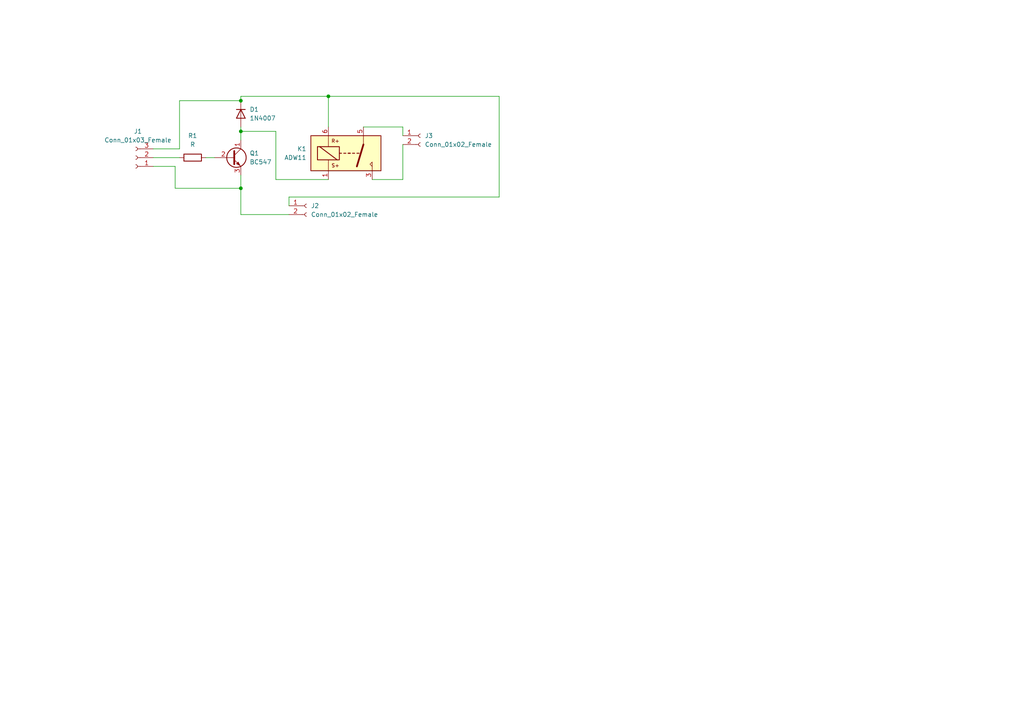
<source format=kicad_sch>
(kicad_sch (version 20211123) (generator eeschema)
  (paper "A4")
  (lib_symbols
    (symbol "Connector:Conn_01x02_Female" (pin_names (offset 1.016) hide)
      (property "Reference" "J" (at 0 2.54 0))
      (property "Value" "Conn_01x02_Female" (at 0 -5.08 0))
      (symbol "Conn_01x02_Female_1_1"
        (arc (start 0 -2.032) (mid -0.508 -2.54) (end 0 -3.048) (stroke (width 0.1524)))
        (polyline (pts (xy -1.27 -2.54) (xy -0.508 -2.54)) (stroke (width 0.1524)))
        (polyline (pts (xy -1.27 0) (xy -0.508 0)) (stroke (width 0.1524)))
        (arc (start 0 0.508) (mid -0.508 0) (end 0 -0.508) (stroke (width 0.1524)))
        (pin passive line (at -5.08 0 0) (length 3.81) (name "Pin_1") (number "1"))
        (pin passive line (at -5.08 -2.54 0) (length 3.81) (name "Pin_2") (number "2"))
      )
    )
    (symbol "Connector:Conn_01x03_Female" (pin_names (offset 1.016) hide)
      (property "Reference" "J" (at 0 5.08 0))
      (property "Value" "Conn_01x03_Female" (at 0 -5.08 0))
      (symbol "Conn_01x03_Female_1_1"
        (arc (start 0 -2.032) (mid -0.508 -2.54) (end 0 -3.048) (stroke (width 0.1524)))
        (polyline (pts (xy -1.27 -2.54) (xy -0.508 -2.54)) (stroke (width 0.1524)))
        (polyline (pts (xy -1.27 0) (xy -0.508 0)) (stroke (width 0.1524)))
        (polyline (pts (xy -1.27 2.54) (xy -0.508 2.54)) (stroke (width 0.1524)))
        (arc (start 0 0.508) (mid -0.508 0) (end 0 -0.508) (stroke (width 0.1524)))
        (arc (start 0 3.048) (mid -0.508 2.54) (end 0 2.032) (stroke (width 0.1524)))
        (pin passive line (at -5.08 2.54 0) (length 3.81) (name "Pin_1") (number "1"))
        (pin passive line (at -5.08 0 0) (length 3.81) (name "Pin_2") (number "2"))
        (pin passive line (at -5.08 -2.54 0) (length 3.81) (name "Pin_3") (number "3"))
      )
    )
    (symbol "Device:R" (pin_numbers hide) (pin_names (offset 0))
      (property "Reference" "R" (at 2.032 0 90))
      (property "Value" "R" (at 0 0 90))
      (symbol "R_0_1"
        (rectangle (start -1.016 -2.54) (end 1.016 2.54) (stroke (width 0.254)))
      )
      (symbol "R_1_1"
        (pin passive line (at 0 3.81 270) (length 1.27) (name "~") (number "1"))
        (pin passive line (at 0 -3.81 90) (length 1.27) (name "~") (number "2"))
      )
    )
    (symbol "Diode:1N4007" (pin_numbers hide) (pin_names hide)
      (property "Reference" "D" (at 0 2.54 0))
      (property "Value" "1N4007" (at 0 -2.54 0))
      (symbol "1N4007_0_1"
        (polyline (pts (xy -1.27 1.27) (xy -1.27 -1.27)) (stroke (width 0.254)))
        (polyline (pts (xy 1.27 0) (xy -1.27 0)))
        (polyline (pts (xy 1.27 1.27) (xy 1.27 -1.27) (xy -1.27 0) (xy 1.27 1.27)) (stroke (width 0.254)))
      )
      (symbol "1N4007_1_1"
        (pin passive line (at -3.81 0 0) (length 2.54) (name "K") (number "1"))
        (pin passive line (at 3.81 0 180) (length 2.54) (name "A") (number "2"))
      )
    )
    (symbol "Relay:ADW11"
      (property "Reference" "K" (at 11.43 3.81 0))
      (property "Value" "ADW11" (at 13.97 1.27 0))
      (symbol "ADW11_1_1"
        (rectangle (start -10.16 5.08) (end 10.16 -5.08) (stroke (width 0.254)) (fill (type background)))
        (rectangle (start -8.255 1.905) (end -1.905 -1.905) (stroke (width 0.254)))
        (polyline (pts (xy -7.62 -1.905) (xy -2.54 1.905)) (stroke (width 0.254)))
        (polyline (pts (xy -5.08 -5.08) (xy -5.08 -1.905)))
        (polyline (pts (xy -5.08 5.08) (xy -5.08 1.905)))
        (polyline (pts (xy -1.905 0) (xy -1.27 0)) (stroke (width 0.254)))
        (polyline (pts (xy -0.635 0) (xy 0 0)) (stroke (width 0.254)))
        (polyline (pts (xy 0.635 0) (xy 1.27 0)) (stroke (width 0.254)))
        (polyline (pts (xy 0.635 0) (xy 1.27 0)) (stroke (width 0.254)))
        (polyline (pts (xy 1.905 0) (xy 2.54 0)) (stroke (width 0.254)))
        (polyline (pts (xy 3.175 0) (xy 3.81 0)) (stroke (width 0.254)))
        (polyline (pts (xy 5.08 -2.54) (xy 3.175 3.81)) (stroke (width 0.508)))
        (polyline (pts (xy 5.08 -2.54) (xy 5.08 -5.08)))
        (polyline (pts (xy 7.62 3.81) (xy 7.62 5.08)))
        (polyline (pts (xy 7.62 3.81) (xy 7.62 2.54) (xy 6.985 3.175) (xy 7.62 3.81)))
        (text "R+" (at -3.048 -3.556 0) (effects (font (size 1.016 1.016))))
        (text "S+" (at -3.048 3.556 0) (effects (font (size 1.016 1.016))))
        (pin passive line (at -5.08 7.62 270) (length 2.54) (name "~") (number "1"))
        (pin passive line (at 7.62 7.62 270) (length 2.54) (name "~") (number "3"))
        (pin passive line (at 5.08 -7.62 90) (length 2.54) (name "~") (number "5"))
        (pin passive line (at -5.08 -7.62 90) (length 2.54) (name "~") (number "6"))
      )
    )
    (symbol "Transistor_BJT:BC547" (pin_names (offset 0) hide)
      (property "Reference" "Q" (at 5.08 1.905 0))
      (property "Value" "BC547" (at 5.08 0 0))
      (symbol "BC547_0_1"
        (polyline (pts (xy 0 0) (xy 0.635 0)))
        (polyline (pts (xy 0.635 0.635) (xy 2.54 2.54)))
        (polyline (pts (xy 0.635 -0.635) (xy 2.54 -2.54) (xy 2.54 -2.54)))
        (polyline (pts (xy 0.635 1.905) (xy 0.635 -1.905) (xy 0.635 -1.905)) (stroke (width 0.508)))
        (polyline (pts (xy 1.27 -1.778) (xy 1.778 -1.27) (xy 2.286 -2.286) (xy 1.27 -1.778) (xy 1.27 -1.778)) (fill (type outline)))
        (circle (center 1.27 0) (radius 2.8194) (stroke (width 0.254)))
      )
      (symbol "BC547_1_1"
        (pin passive line (at 2.54 5.08 270) (length 2.54) (name "C") (number "1"))
        (pin input line (at -5.08 0 0) (length 5.08) (name "B") (number "2"))
        (pin passive line (at 2.54 -5.08 90) (length 2.54) (name "E") (number "3"))
      )
    )
  )
  (junction (at 69.85 29.21))
  (junction (at 95.25 27.94))
  (junction (at 69.85 38.1))
  (junction (at 69.85 54.61))
  (wire (pts (xy 52.07 43.18) (xy 52.07 29.21)))
  (wire (pts (xy 116.84 41.91) (xy 116.84 52.07)))
  (wire (pts (xy 95.25 27.94) (xy 144.78 27.94)))
  (wire (pts (xy 105.41 36.83) (xy 116.84 36.83)))
  (wire (pts (xy 44.45 48.26) (xy 50.8 48.26)))
  (wire (pts (xy 95.25 52.07) (xy 80.01 52.07)))
  (wire (pts (xy 69.85 62.23) (xy 69.85 54.61)))
  (wire (pts (xy 69.85 38.1) (xy 69.85 40.64)))
  (wire (pts (xy 69.85 36.83) (xy 69.85 38.1)))
  (wire (pts (xy 52.07 29.21) (xy 69.85 29.21)))
  (wire (pts (xy 144.78 57.15) (xy 144.78 27.94)))
  (wire (pts (xy 83.82 59.69) (xy 83.82 57.15)))
  (wire (pts (xy 59.69 45.72) (xy 62.23 45.72)))
  (wire (pts (xy 44.45 43.18) (xy 52.07 43.18)))
  (wire (pts (xy 69.85 27.94) (xy 95.25 27.94)))
  (wire (pts (xy 69.85 27.94) (xy 69.85 29.21)))
  (wire (pts (xy 83.82 62.23) (xy 69.85 62.23)))
  (wire (pts (xy 80.01 52.07) (xy 80.01 38.1)))
  (wire (pts (xy 69.85 50.8) (xy 69.85 54.61)))
  (wire (pts (xy 116.84 36.83) (xy 116.84 39.37)))
  (wire (pts (xy 50.8 54.61) (xy 69.85 54.61)))
  (wire (pts (xy 50.8 48.26) (xy 50.8 54.61)))
  (wire (pts (xy 80.01 38.1) (xy 69.85 38.1)))
  (wire (pts (xy 116.84 52.07) (xy 107.95 52.07)))
  (wire (pts (xy 44.45 45.72) (xy 52.07 45.72)))
  (wire (pts (xy 95.25 27.94) (xy 95.25 36.83)))
  (wire (pts (xy 83.82 57.15) (xy 144.78 57.15)))
  (symbol (lib_id "Transistor_BJT:BC547") (at 67.31 45.72 0) (unit 1)
    (property "Reference" "Q1" (at 72.39 44.4499 0) (effects (justify left)))
    (property "Value" "BC547" (at 72.39 46.9899 0) (effects (justify left)))
    (property "Footprint" "Package_TO_SOT_THT:TO-92_Inline" (effects hide))
    (property "Datasheet" "https://www.onsemi.com/pub/Collateral/BC550-D.pdf" (effects hide))
  )
  (symbol (lib_id "Relay:ADW11") (at 100.33 44.45 0) (mirror x) (unit 1)
    (property "Reference" "K1" (at 88.9 43.1799 0) (effects (justify right)))
    (property "Value" "ADW11" (at 88.9 45.7199 0) (effects (justify right)))
    (property "Footprint" "Relay_THT:Relay_1P1T_NO_10x24x18.8mm_Panasonic_ADW11xxxxW_THT" (effects hide))
    (property "Datasheet" "https://www.panasonic-electric-works.com/pew/es/downloads/ds_dw_hl_en.pdf" (effects hide))
  )
  (symbol (lib_id "Diode:1N4007") (at 69.85 33.02 270) (unit 1)
    (property "Reference" "D1" (at 72.39 31.7499 90) (effects (justify left)))
    (property "Value" "1N4007" (at 72.39 34.2899 90) (effects (justify left)))
    (property "Footprint" "Diode_THT:D_DO-41_SOD81_P10.16mm_Horizontal" (effects hide))
    (property "Datasheet" "http://www.vishay.com/docs/88503/1n4001.pdf" (effects hide))
  )
  (symbol (lib_id "Connector:Conn_01x03_Female") (at 39.37 45.72 180) (unit 1)
    (property "Reference" "J1" (at 40.005 38.1 0))
    (property "Value" "Conn_01x03_Female" (at 40.005 40.64 0))
    (property "Footprint" "Connector_PinSocket_1.00mm:PinSocket_1x03_P1.00mm_Vertical" (effects hide))
  )
  (symbol (lib_id "Connector:Conn_01x02_Female") (at 88.9 59.69 0) (unit 1)
    (property "Reference" "J2" (at 90.17 59.6899 0) (effects (justify left)))
    (property "Value" "Conn_01x02_Female" (at 90.17 62.2299 0) (effects (justify left)))
    (property "Footprint" "Connector_PinSocket_1.00mm:PinSocket_1x02_P1.00mm_Vertical" (effects hide))
  )
  (symbol (lib_id "Device:R") (at 55.88 45.72 270) (unit 1)
    (property "Reference" "R1" (at 55.88 39.37 90))
    (property "Value" "R" (at 55.88 41.91 90))
    (property "Footprint" "Resistor_THT:R_Axial_DIN0204_L3.6mm_D1.6mm_P5.08mm_Horizontal" (effects hide))
  )
  (symbol (lib_id "Connector:Conn_01x02_Female") (at 121.92 39.37 0) (unit 1)
    (property "Reference" "J3" (at 123.19 39.3699 0) (effects (justify left)))
    (property "Value" "Conn_01x02_Female" (at 123.19 41.9099 0) (effects (justify left)))
    (property "Footprint" "Connector_PinSocket_1.00mm:PinSocket_1x02_P1.00mm_Vertical" (effects hide))
  )
)
</source>
